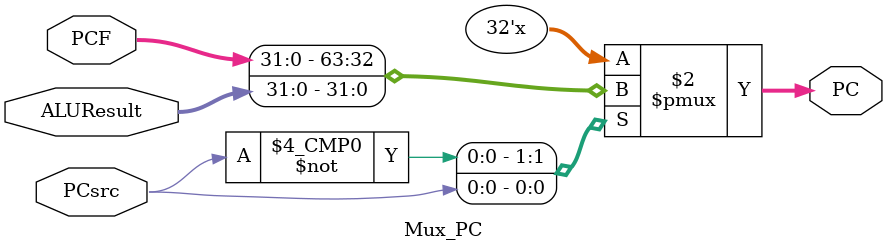
<source format=sv>
module Mux_PC (
    input logic         PCsrc,              //signal from controller
    input logic  [31:0] PCF,ALUResult,
    output logic [31:0] PC
);
 always_comb 
 begin 
    case (PCsrc)
        1'b0 :   PC = PCF;
        1'b1 :   PC = ALUResult; 
        default: PC = PCF;
    endcase
 end 
endmodule
</source>
